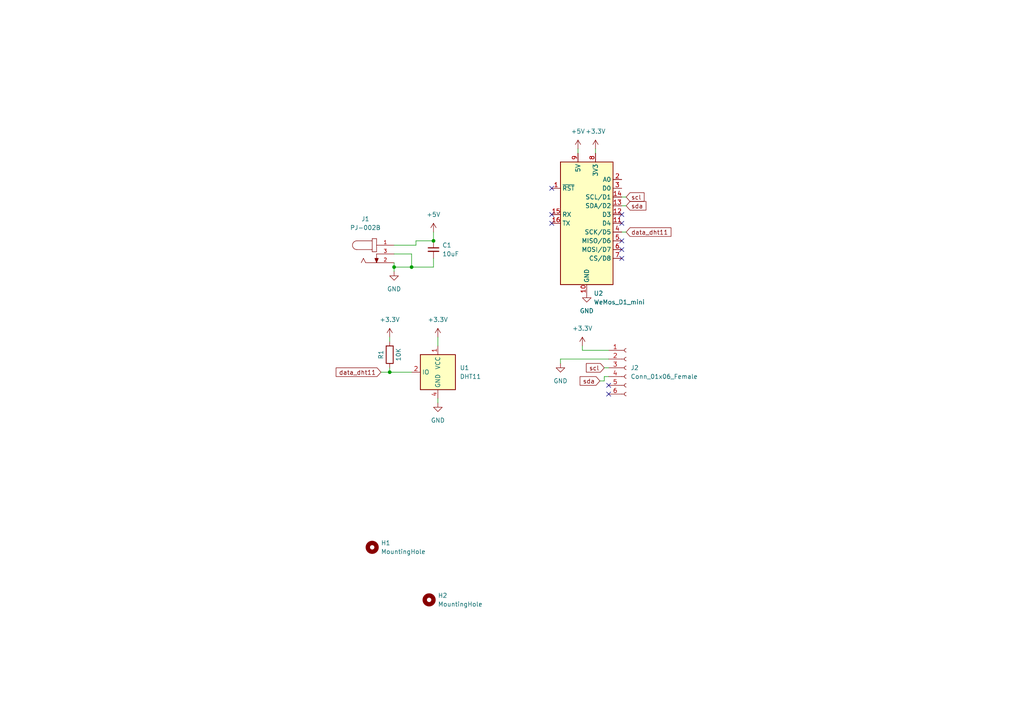
<source format=kicad_sch>
(kicad_sch (version 20211123) (generator eeschema)
  (paper "A4")
  (lib_symbols
    (symbol "Connector:Conn_01x06_Female" (pin_names (offset 1.016) hide)
      (property "Reference" "J" (at 0 7.62 0))
      (property "Value" "Conn_01x06_Female" (at 0 -10.16 0))
      (symbol "Conn_01x06_Female_1_1"
        (arc (start 0 -7.112) (mid -0.508 -7.62) (end 0 -8.128) (stroke (width 0.1524)))
        (arc (start 0 -4.572) (mid -0.508 -5.08) (end 0 -5.588) (stroke (width 0.1524)))
        (arc (start 0 -2.032) (mid -0.508 -2.54) (end 0 -3.048) (stroke (width 0.1524)))
        (polyline (pts (xy -1.27 -7.62) (xy -0.508 -7.62)) (stroke (width 0.1524)))
        (polyline (pts (xy -1.27 -5.08) (xy -0.508 -5.08)) (stroke (width 0.1524)))
        (polyline (pts (xy -1.27 -2.54) (xy -0.508 -2.54)) (stroke (width 0.1524)))
        (polyline (pts (xy -1.27 0) (xy -0.508 0)) (stroke (width 0.1524)))
        (polyline (pts (xy -1.27 2.54) (xy -0.508 2.54)) (stroke (width 0.1524)))
        (polyline (pts (xy -1.27 5.08) (xy -0.508 5.08)) (stroke (width 0.1524)))
        (arc (start 0 0.508) (mid -0.508 0) (end 0 -0.508) (stroke (width 0.1524)))
        (arc (start 0 3.048) (mid -0.508 2.54) (end 0 2.032) (stroke (width 0.1524)))
        (arc (start 0 5.588) (mid -0.508 5.08) (end 0 4.572) (stroke (width 0.1524)))
        (pin passive line (at -5.08 5.08 0) (length 3.81) (name "Pin_1") (number "1"))
        (pin passive line (at -5.08 2.54 0) (length 3.81) (name "Pin_2") (number "2"))
        (pin passive line (at -5.08 0 0) (length 3.81) (name "Pin_3") (number "3"))
        (pin passive line (at -5.08 -2.54 0) (length 3.81) (name "Pin_4") (number "4"))
        (pin passive line (at -5.08 -5.08 0) (length 3.81) (name "Pin_5") (number "5"))
        (pin passive line (at -5.08 -7.62 0) (length 3.81) (name "Pin_6") (number "6"))
      )
    )
    (symbol "Device:C_Small" (pin_numbers hide) (pin_names (offset 0.254) hide)
      (property "Reference" "C" (at 0.254 1.778 0))
      (property "Value" "C_Small" (at 0.254 -2.032 0))
      (symbol "C_Small_0_1"
        (polyline (pts (xy -1.524 -0.508) (xy 1.524 -0.508)) (stroke (width 0.3302)))
        (polyline (pts (xy -1.524 0.508) (xy 1.524 0.508)) (stroke (width 0.3048)))
      )
      (symbol "C_Small_1_1"
        (pin passive line (at 0 2.54 270) (length 2.032) (name "~") (number "1"))
        (pin passive line (at 0 -2.54 90) (length 2.032) (name "~") (number "2"))
      )
    )
    (symbol "Device:R" (pin_numbers hide) (pin_names (offset 0))
      (property "Reference" "R" (at 2.032 0 90))
      (property "Value" "R" (at 0 0 90))
      (symbol "R_0_1"
        (rectangle (start -1.016 -2.54) (end 1.016 2.54) (stroke (width 0.254)))
      )
      (symbol "R_1_1"
        (pin passive line (at 0 3.81 270) (length 1.27) (name "~") (number "1"))
        (pin passive line (at 0 -3.81 90) (length 1.27) (name "~") (number "2"))
      )
    )
    (symbol "MCU_Module:WeMos_D1_mini"
      (property "Reference" "U" (at 3.81 19.05 0))
      (property "Value" "WeMos_D1_mini" (at 1.27 -19.05 0))
      (symbol "WeMos_D1_mini_1_1"
        (rectangle (start -7.62 17.78) (end 7.62 -17.78) (stroke (width 0.254)) (fill (type background)))
        (pin input line (at -10.16 10.16 0) (length 2.54) (name "~{RST}") (number "1"))
        (pin power_in line (at 0 -20.32 90) (length 2.54) (name "GND") (number "10"))
        (pin bidirectional line (at 10.16 0 180) (length 2.54) (name "D4") (number "11"))
        (pin bidirectional line (at 10.16 2.54 180) (length 2.54) (name "D3") (number "12"))
        (pin bidirectional line (at 10.16 5.08 180) (length 2.54) (name "SDA/D2") (number "13"))
        (pin bidirectional line (at 10.16 7.62 180) (length 2.54) (name "SCL/D1") (number "14"))
        (pin input line (at -10.16 2.54 0) (length 2.54) (name "RX") (number "15"))
        (pin output line (at -10.16 0 0) (length 2.54) (name "TX") (number "16"))
        (pin input line (at 10.16 12.7 180) (length 2.54) (name "A0") (number "2"))
        (pin bidirectional line (at 10.16 10.16 180) (length 2.54) (name "D0") (number "3"))
        (pin bidirectional line (at 10.16 -2.54 180) (length 2.54) (name "SCK/D5") (number "4"))
        (pin bidirectional line (at 10.16 -5.08 180) (length 2.54) (name "MISO/D6") (number "5"))
        (pin bidirectional line (at 10.16 -7.62 180) (length 2.54) (name "MOSI/D7") (number "6"))
        (pin bidirectional line (at 10.16 -10.16 180) (length 2.54) (name "CS/D8") (number "7"))
        (pin power_out line (at 2.54 20.32 270) (length 2.54) (name "3V3") (number "8"))
        (pin power_in line (at -2.54 20.32 270) (length 2.54) (name "5V") (number "9"))
      )
    )
    (symbol "Mechanical:MountingHole" (pin_names (offset 1.016))
      (property "Reference" "H" (at 0 5.08 0))
      (property "Value" "MountingHole" (at 0 3.175 0))
      (symbol "MountingHole_0_1"
        (circle (center 0 0) (radius 1.27) (stroke (width 1.27)))
      )
    )
    (symbol "PJ-002B:PJ-002B" (pin_names (offset 1.016))
      (property "Reference" "J" (at -7.6337 5.0892 0))
      (property "Value" "PJ-002B" (at -7.6269 -5.0846 0))
      (symbol "PJ-002B_0_0"
        (arc (start -5.715 3.81) (mid -6.985 2.54) (end -5.715 1.27) (stroke (width 0.1524)))
        (polyline (pts (xy -5.715 3.81) (xy -1.27 3.81)) (stroke (width 0.1524)))
        (polyline (pts (xy -3.81 -1.27) (xy -4.445 -2.54)) (stroke (width 0.1524)))
        (polyline (pts (xy -3.175 -2.54) (xy -3.81 -1.27)) (stroke (width 0.1524)))
        (polyline (pts (xy -1.27 0.635) (xy 0 0.635)) (stroke (width 0.1524)))
        (polyline (pts (xy -1.27 1.27) (xy -5.715 1.27)) (stroke (width 0.1524)))
        (polyline (pts (xy -1.27 1.27) (xy -1.27 0.635)) (stroke (width 0.1524)))
        (polyline (pts (xy -1.27 3.81) (xy -1.27 1.27)) (stroke (width 0.1524)))
        (polyline (pts (xy -1.27 4.445) (xy -1.27 3.81)) (stroke (width 0.1524)))
        (polyline (pts (xy 0 -2.54) (xy -3.175 -2.54)) (stroke (width 0.1524)))
        (polyline (pts (xy 0 0) (xy 0 -2.54)) (stroke (width 0.1524)))
        (polyline (pts (xy 0 0.635) (xy 0 4.445)) (stroke (width 0.1524)))
        (polyline (pts (xy 0 4.445) (xy -1.27 4.445)) (stroke (width 0.1524)))
        (polyline (pts (xy 0 -2.54) (xy -0.508 -1.27) (xy 0.508 -1.27) (xy 0 -2.54)) (stroke (width 0.1524)) (fill (type outline)))
        (pin passive line (at 5.08 2.54 180) (length 5.08) (name "~") (number "1"))
        (pin passive line (at 5.08 -2.54 180) (length 5.08) (name "~") (number "2"))
        (pin passive line (at 5.08 0 180) (length 5.08) (name "~") (number "3"))
      )
    )
    (symbol "Sensor:DHT11"
      (property "Reference" "U" (at -3.81 6.35 0))
      (property "Value" "DHT11" (at 3.81 6.35 0))
      (symbol "DHT11_0_1"
        (rectangle (start -5.08 5.08) (end 5.08 -5.08) (stroke (width 0.254)) (fill (type background)))
      )
      (symbol "DHT11_1_1"
        (pin power_in line (at 0 7.62 270) (length 2.54) (name "VCC") (number "1"))
        (pin bidirectional line (at 7.62 0 180) (length 2.54) (name "IO") (number "2"))
        (pin no_connect line (at -5.08 0 0) (length 2.54) hide (name "NC") (number "3"))
        (pin power_in line (at 0 -7.62 90) (length 2.54) (name "GND") (number "4"))
      )
    )
    (symbol "power:+3.3V" (power) (pin_names (offset 0))
      (property "Value" "+3.3V" (at 0 3.556 0))
      (symbol "+3.3V_0_1"
        (polyline (pts (xy -0.762 1.27) (xy 0 2.54)))
        (polyline (pts (xy 0 0) (xy 0 2.54)))
        (polyline (pts (xy 0 2.54) (xy 0.762 1.27)))
      )
      (symbol "+3.3V_1_1"
        (pin power_in line (at 0 0 90) (length 0) hide (name "+3.3V") (number "1"))
      )
    )
    (symbol "power:+5V" (power) (pin_names (offset 0))
      (property "Value" "+5V" (at 0 3.556 0))
      (symbol "+5V_0_1"
        (polyline (pts (xy -0.762 1.27) (xy 0 2.54)))
        (polyline (pts (xy 0 0) (xy 0 2.54)))
        (polyline (pts (xy 0 2.54) (xy 0.762 1.27)))
      )
      (symbol "+5V_1_1"
        (pin power_in line (at 0 0 90) (length 0) hide (name "+5V") (number "1"))
      )
    )
    (symbol "power:GND" (power) (pin_names (offset 0))
      (property "Value" "GND" (at 0 -3.81 0))
      (symbol "GND_0_1"
        (polyline (pts (xy 0 0) (xy 0 -1.27) (xy 1.27 -1.27) (xy 0 -2.54) (xy -1.27 -1.27) (xy 0 -1.27)))
      )
      (symbol "GND_1_1"
        (pin power_in line (at 0 0 270) (length 0) hide (name "GND") (number "1"))
      )
    )
  )
  (junction (at 114.3 77.47))
  (junction (at 125.73 69.85))
  (junction (at 113.03 107.95))
  (junction (at 119.38 77.47))
  (no_connect (at 180.34 74.93))
  (no_connect (at 180.34 72.39))
  (no_connect (at 180.34 69.85))
  (no_connect (at 180.34 64.77))
  (no_connect (at 180.34 62.23))
  (no_connect (at 160.02 62.23))
  (no_connect (at 160.02 64.77))
  (no_connect (at 160.02 54.61))
  (no_connect (at 176.53 114.3))
  (no_connect (at 176.53 111.76))
  (wire (pts (xy 127 97.79) (xy 127 100.33)))
  (wire (pts (xy 119.38 107.95) (xy 113.03 107.95)))
  (wire (pts (xy 175.26 106.68) (xy 176.53 106.68)))
  (wire (pts (xy 162.56 104.14) (xy 176.53 104.14)))
  (wire (pts (xy 120.65 71.12) (xy 120.65 69.85)))
  (wire (pts (xy 114.3 77.47) (xy 114.3 78.74)))
  (wire (pts (xy 119.38 73.66) (xy 119.38 77.47)))
  (wire (pts (xy 114.3 71.12) (xy 120.65 71.12)))
  (wire (pts (xy 168.91 101.6) (xy 168.91 100.33)))
  (wire (pts (xy 175.26 109.22) (xy 176.53 109.22)))
  (wire (pts (xy 120.65 69.85) (xy 125.73 69.85)))
  (wire (pts (xy 119.38 77.47) (xy 125.73 77.47)))
  (wire (pts (xy 180.34 67.31) (xy 181.61 67.31)))
  (wire (pts (xy 176.53 101.6) (xy 168.91 101.6)))
  (wire (pts (xy 114.3 73.66) (xy 119.38 73.66)))
  (wire (pts (xy 113.03 107.95) (xy 113.03 106.68)))
  (wire (pts (xy 162.56 104.14) (xy 162.56 105.41)))
  (wire (pts (xy 180.34 59.69) (xy 181.61 59.69)))
  (wire (pts (xy 173.99 110.49) (xy 175.26 110.49)))
  (wire (pts (xy 175.26 110.49) (xy 175.26 109.22)))
  (wire (pts (xy 172.72 43.18) (xy 172.72 44.45)))
  (wire (pts (xy 114.3 77.47) (xy 114.3 76.2)))
  (wire (pts (xy 114.3 77.47) (xy 119.38 77.47)))
  (wire (pts (xy 125.73 67.31) (xy 125.73 69.85)))
  (wire (pts (xy 167.64 43.18) (xy 167.64 44.45)))
  (wire (pts (xy 180.34 57.15) (xy 181.61 57.15)))
  (wire (pts (xy 110.49 107.95) (xy 113.03 107.95)))
  (wire (pts (xy 127 115.57) (xy 127 116.84)))
  (wire (pts (xy 125.73 74.93) (xy 125.73 77.47)))
  (wire (pts (xy 113.03 97.79) (xy 113.03 99.06)))
  (global_label "scl" (shape input) (at 175.26 106.68 180) (property "Intersheet References" "${INTERSHEET_REFS}" (effects hide)))
  (global_label "data_dht11" (shape input) (at 181.61 67.31 0) (property "Intersheet References" "${INTERSHEET_REFS}" (effects hide)))
  (global_label "sda" (shape input) (at 181.61 59.69 0) (property "Intersheet References" "${INTERSHEET_REFS}" (effects hide)))
  (global_label "sda" (shape input) (at 173.99 110.49 180) (property "Intersheet References" "${INTERSHEET_REFS}" (effects hide)))
  (global_label "scl" (shape input) (at 181.61 57.15 0) (property "Intersheet References" "${INTERSHEET_REFS}" (effects hide)))
  (global_label "data_dht11" (shape input) (at 110.49 107.95 180) (property "Intersheet References" "${INTERSHEET_REFS}" (effects hide)))
  (symbol (lib_id "power:+3.3V") (at 127 97.79 0) (unit 1)
    (property "Reference" "#PWR04" (effects hide))
    (property "Value" "+3.3V" (at 127 92.71 0))
  )
  (symbol (lib_id "power:GND") (at 127 116.84 0) (unit 1)
    (property "Reference" "#PWR05" (effects hide))
    (property "Value" "GND" (at 127 121.92 0))
  )
  (symbol (lib_id "Device:C_Small") (at 125.73 72.39 0) (unit 1)
    (property "Reference" "C1" (at 128.27 71.1262 0) (effects (justify left)))
    (property "Value" "10uF" (at 128.27 73.6662 0) (effects (justify left)))
    (property "Footprint" "Capacitor_THT:CP_Radial_D5.0mm_P2.50mm" (effects hide))
  )
  (symbol (lib_id "PJ-002B:PJ-002B") (at 109.22 73.66 0) (unit 1)
    (property "Reference" "J1" (at 105.9815 63.5 0))
    (property "Value" "PJ-002B" (at 105.9815 66.04 0))
    (property "Footprint" "CUI_PJ-002B" (effects hide))
    (property "STANDARD" "Manufacturer recommendations" (effects hide))
    (property "MANUFACTURER" "CUI INC" (effects hide))
  )
  (symbol (lib_id "power:GND") (at 162.56 105.41 0) (unit 1)
    (property "Reference" "#PWR06" (effects hide))
    (property "Value" "GND" (at 162.56 110.49 0))
  )
  (symbol (lib_id "power:+3.3V") (at 113.03 97.79 0) (unit 1)
    (property "Reference" "#PWR01" (effects hide))
    (property "Value" "+3.3V" (at 113.03 92.71 0))
  )
  (symbol (lib_id "power:+3.3V") (at 168.91 100.33 0) (unit 1)
    (property "Reference" "#PWR08" (effects hide))
    (property "Value" "+3.3V" (at 168.91 95.25 0))
  )
  (symbol (lib_id "power:GND") (at 170.18 85.09 0) (unit 1)
    (property "Reference" "#PWR09" (effects hide))
    (property "Value" "GND" (at 170.18 90.17 0))
  )
  (symbol (lib_id "power:GND") (at 114.3 78.74 0) (unit 1)
    (property "Reference" "#PWR02" (effects hide))
    (property "Value" "GND" (at 114.3 83.82 0))
  )
  (symbol (lib_id "MCU_Module:WeMos_D1_mini") (at 170.18 64.77 0) (unit 1)
    (property "Reference" "U2" (at 172.1994 85.09 0) (effects (justify left)))
    (property "Value" "WeMos_D1_mini" (at 172.1994 87.63 0) (effects (justify left)))
    (property "Footprint" "Module:WEMOS_D1_mini_light" (effects hide))
    (property "Datasheet" "https://wiki.wemos.cc/products:d1:d1_mini#documentation" (effects hide))
  )
  (symbol (lib_id "Device:R") (at 113.03 102.87 180) (unit 1)
    (property "Reference" "R1" (at 110.49 102.87 90))
    (property "Value" "10K" (at 115.57 102.87 90))
    (property "Footprint" "Resistor_THT:R_Axial_DIN0207_L6.3mm_D2.5mm_P7.62mm_Horizontal" (effects hide))
  )
  (symbol (lib_id "Mechanical:MountingHole") (at 107.95 158.75 0) (unit 1)
    (property "Reference" "H1" (at 110.49 157.4799 0) (effects (justify left)))
    (property "Value" "MountingHole" (at 110.49 160.0199 0) (effects (justify left)))
    (property "Footprint" "MountingHole:MountingHole_2.5mm" (effects hide))
  )
  (symbol (lib_id "power:+5V") (at 167.64 43.18 0) (unit 1)
    (property "Reference" "#PWR07" (effects hide))
    (property "Value" "+5V" (at 167.64 38.1 0))
  )
  (symbol (lib_id "power:+5V") (at 125.73 67.31 0) (unit 1)
    (property "Reference" "#PWR03" (effects hide))
    (property "Value" "+5V" (at 125.73 62.23 0))
  )
  (symbol (lib_id "Mechanical:MountingHole") (at 124.46 173.99 0) (unit 1)
    (property "Reference" "H2" (at 127 172.7199 0) (effects (justify left)))
    (property "Value" "MountingHole" (at 127 175.2599 0) (effects (justify left)))
    (property "Footprint" "MountingHole:MountingHole_2.5mm" (effects hide))
  )
  (symbol (lib_id "power:+3.3V") (at 172.72 43.18 0) (unit 1)
    (property "Reference" "#PWR010" (effects hide))
    (property "Value" "+3.3V" (at 172.72 38.1 0))
  )
  (symbol (lib_id "Connector:Conn_01x06_Female") (at 181.61 106.68 0) (unit 1)
    (property "Reference" "J2" (at 182.88 106.6799 0) (effects (justify left)))
    (property "Value" "Conn_01x06_Female" (at 182.88 109.2199 0) (effects (justify left)))
    (property "Footprint" "Connector_PinHeader_2.54mm:PinHeader_1x06_P2.54mm_Vertical" (effects hide))
  )
  (symbol (lib_id "Sensor:DHT11") (at 127 107.95 0) (mirror y) (unit 1)
    (property "Reference" "U1" (at 133.35 106.6799 0) (effects (justify right)))
    (property "Value" "DHT11" (at 133.35 109.2199 0) (effects (justify right)))
    (property "Footprint" "Sensor:Aosong_DHT11_5.5x12.0_P2.54mm" (effects hide))
    (property "Datasheet" "http://akizukidenshi.com/download/ds/aosong/DHT11.pdf" (effects hide))
  )
)
</source>
